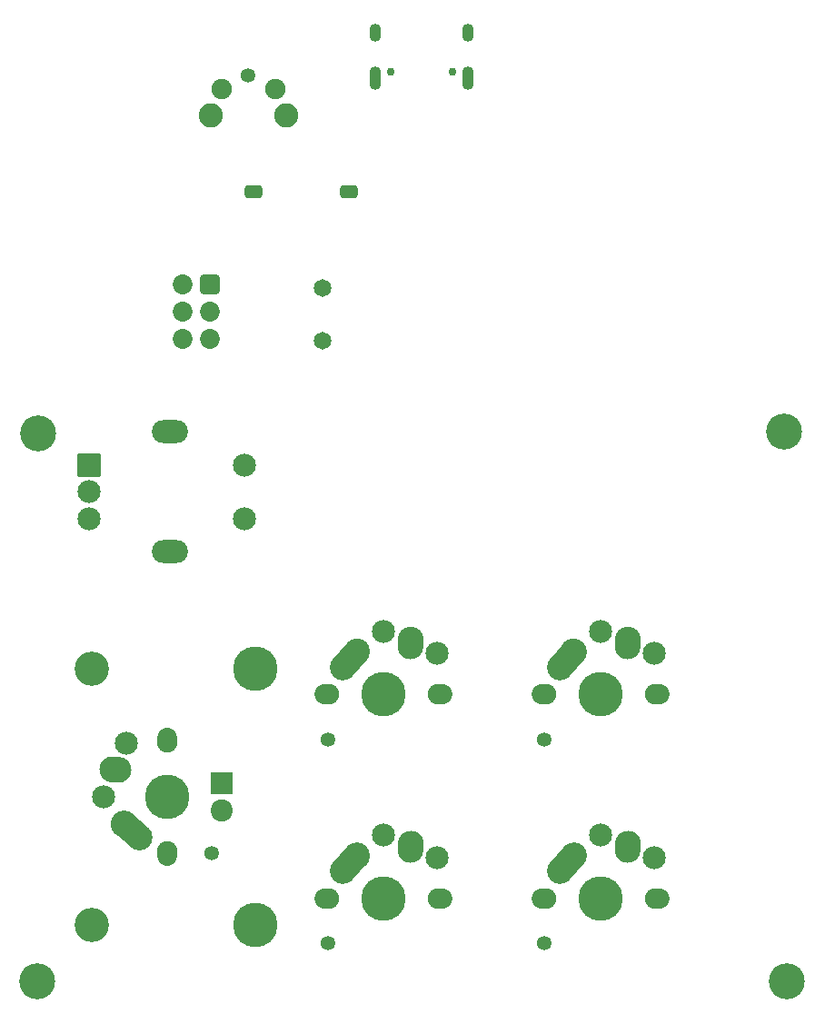
<source format=gbr>
%TF.GenerationSoftware,KiCad,Pcbnew,(6.0.2)*%
%TF.CreationDate,2022-05-21T08:25:36-07:00*%
%TF.ProjectId,muffin,6d756666-696e-42e6-9b69-6361645f7063,rev?*%
%TF.SameCoordinates,Original*%
%TF.FileFunction,Soldermask,Bot*%
%TF.FilePolarity,Negative*%
%FSLAX46Y46*%
G04 Gerber Fmt 4.6, Leading zero omitted, Abs format (unit mm)*
G04 Created by KiCad (PCBNEW (6.0.2)) date 2022-05-21 08:25:36*
%MOMM*%
%LPD*%
G01*
G04 APERTURE LIST*
G04 Aperture macros list*
%AMRoundRect*
0 Rectangle with rounded corners*
0 $1 Rounding radius*
0 $2 $3 $4 $5 $6 $7 $8 $9 X,Y pos of 4 corners*
0 Add a 4 corners polygon primitive as box body*
4,1,4,$2,$3,$4,$5,$6,$7,$8,$9,$2,$3,0*
0 Add four circle primitives for the rounded corners*
1,1,$1+$1,$2,$3*
1,1,$1+$1,$4,$5*
1,1,$1+$1,$6,$7*
1,1,$1+$1,$8,$9*
0 Add four rect primitives between the rounded corners*
20,1,$1+$1,$2,$3,$4,$5,0*
20,1,$1+$1,$4,$5,$6,$7,0*
20,1,$1+$1,$6,$7,$8,$9,0*
20,1,$1+$1,$8,$9,$2,$3,0*%
%AMHorizOval*
0 Thick line with rounded ends*
0 $1 width*
0 $2 $3 position (X,Y) of the first rounded end (center of the circle)*
0 $4 $5 position (X,Y) of the second rounded end (center of the circle)*
0 Add line between two ends*
20,1,$1,$2,$3,$4,$5,0*
0 Add two circle primitives to create the rounded ends*
1,1,$1,$2,$3*
1,1,$1,$4,$5*%
G04 Aperture macros list end*
%ADD10C,3.352400*%
%ADD11C,1.852400*%
%ADD12C,1.352400*%
%ADD13C,1.902400*%
%ADD14C,4.140200*%
%ADD15C,2.152400*%
%ADD16C,2.402400*%
%ADD17HorizOval,2.402400X0.019771X0.290016X-0.019771X-0.290016X0*%
%ADD18HorizOval,2.402400X0.654995X0.730004X-0.654995X-0.730004X0*%
%ADD19C,3.200400*%
%ADD20HorizOval,2.402400X-0.730004X0.654995X0.730004X-0.654995X0*%
%ADD21HorizOval,2.402400X-0.290016X0.019771X0.290016X-0.019771X0*%
%ADD22C,2.057400*%
%ADD23RoundRect,0.076200X0.952500X-0.952500X0.952500X0.952500X-0.952500X0.952500X-0.952500X-0.952500X0*%
%ADD24C,0.750000*%
%ADD25O,1.100000X2.200000*%
%ADD26O,1.100000X1.700000*%
%ADD27O,3.352400X2.152400*%
%ADD28RoundRect,0.076200X-1.000000X-1.000000X1.000000X-1.000000X1.000000X1.000000X-1.000000X1.000000X0*%
%ADD29C,2.252400*%
%ADD30C,1.652400*%
%ADD31RoundRect,0.351200X-0.475000X-0.275000X0.475000X-0.275000X0.475000X0.275000X-0.475000X0.275000X0*%
%ADD32RoundRect,0.326200X0.600000X0.600000X-0.600000X0.600000X-0.600000X-0.600000X0.600000X-0.600000X0*%
G04 APERTURE END LIST*
D10*
%TO.C,H2*%
X165370000Y-131400000D03*
%TD*%
%TO.C,H4*%
X95580000Y-80310000D03*
%TD*%
D11*
%TO.C,SW3*%
X133262000Y-104648000D03*
X122262000Y-104648000D03*
D12*
X122542000Y-108848000D03*
D13*
X132842000Y-104648000D03*
D14*
X127762000Y-104648000D03*
D13*
X122682000Y-104648000D03*
D15*
X132762000Y-100848000D03*
D16*
X130302000Y-99568000D03*
D17*
X130281771Y-99857984D03*
D15*
X127762000Y-98748000D03*
D16*
X125262000Y-100648000D03*
D18*
X124606995Y-101377996D03*
%TD*%
D11*
%TO.C,SW4*%
X133262000Y-123648000D03*
D13*
X132842000Y-123648000D03*
D12*
X122542000Y-127848000D03*
D14*
X127762000Y-123648000D03*
D13*
X122682000Y-123648000D03*
D11*
X122262000Y-123648000D03*
D15*
X132762000Y-119848000D03*
D17*
X130281771Y-118857984D03*
D16*
X130302000Y-118568000D03*
D15*
X127762000Y-117748000D03*
D16*
X125262000Y-119648000D03*
D18*
X124606995Y-120377996D03*
%TD*%
D14*
%TO.C,SW2*%
X107562000Y-114198000D03*
D11*
X107562000Y-108698000D03*
D14*
X115817000Y-126136000D03*
D13*
X107562000Y-109118000D03*
X107562000Y-119278000D03*
D19*
X100577000Y-102260000D03*
D11*
X107562000Y-119698000D03*
D14*
X115817000Y-102260000D03*
D12*
X111762000Y-119418000D03*
D19*
X100577000Y-126136000D03*
D20*
X104291996Y-117353005D03*
D15*
X101662000Y-114198000D03*
D16*
X103562000Y-116698000D03*
D15*
X103762000Y-109198000D03*
D21*
X102771984Y-111678229D03*
D16*
X102482000Y-111658000D03*
D22*
X112642000Y-115468000D03*
D23*
X112642000Y-112928000D03*
%TD*%
D10*
%TO.C,H1*%
X95520000Y-131400000D03*
%TD*%
D24*
%TO.C,J1*%
X128400000Y-46657500D03*
X134180000Y-46657500D03*
D25*
X135610000Y-47187500D03*
D26*
X135610000Y-43007500D03*
X126970000Y-43007500D03*
D25*
X126970000Y-47187500D03*
%TD*%
D27*
%TO.C,SW1*%
X107816000Y-91350000D03*
X107816000Y-80150000D03*
D28*
X100316000Y-83250000D03*
D15*
X100316000Y-88250000D03*
X100316000Y-85750000D03*
X114816000Y-88250000D03*
X114816000Y-83250000D03*
%TD*%
D12*
%TO.C,SW7*%
X115133000Y-46992500D03*
D29*
X118643000Y-50692500D03*
X111633000Y-50692500D03*
D13*
X112633000Y-48202500D03*
X117633000Y-48202500D03*
%TD*%
D10*
%TO.C,H3*%
X165120000Y-80150000D03*
%TD*%
D11*
%TO.C,SW6*%
X153462000Y-123648000D03*
D13*
X142882000Y-123648000D03*
X153042000Y-123648000D03*
D12*
X142742000Y-127848000D03*
D11*
X142462000Y-123648000D03*
D14*
X147962000Y-123648000D03*
D16*
X150502000Y-118568000D03*
D15*
X152962000Y-119848000D03*
D17*
X150481771Y-118857984D03*
D16*
X145462000Y-119648000D03*
D15*
X147962000Y-117748000D03*
D18*
X144806995Y-120377996D03*
%TD*%
D30*
%TO.C,Y1*%
X122060000Y-71650000D03*
X122060000Y-66770000D03*
%TD*%
D13*
%TO.C,SW5*%
X142882000Y-104648000D03*
D11*
X142462000Y-104648000D03*
X153462000Y-104648000D03*
D13*
X153042000Y-104648000D03*
D12*
X142742000Y-108848000D03*
D14*
X147962000Y-104648000D03*
D15*
X152962000Y-100848000D03*
D17*
X150481771Y-99857984D03*
D16*
X150502000Y-99568000D03*
D15*
X147962000Y-98748000D03*
D16*
X145462000Y-100648000D03*
D18*
X144806995Y-101377996D03*
%TD*%
D31*
%TO.C,SW8*%
X115600000Y-57830000D03*
X124500000Y-57830000D03*
%TD*%
D32*
%TO.C,J2*%
X111607500Y-66445000D03*
D11*
X109067500Y-66445000D03*
X111607500Y-68985000D03*
X109067500Y-68985000D03*
X111607500Y-71525000D03*
X109067500Y-71525000D03*
%TD*%
M02*

</source>
